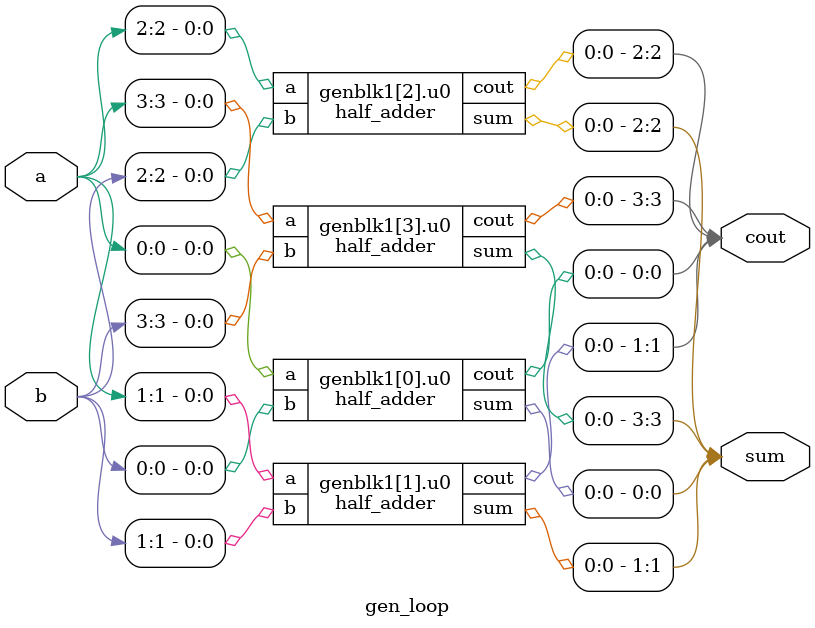
<source format=v>
`timescale 1ns / 1ps


module half_adder(
    input a, b, 
    output sum, cout
    );

    assign sum = a ^ b;
    assign cout = a & b;
endmodule

module gen_loop
    #(parameter N = 4)
    (
        input [N-1:0] a, b,
        output [N-1:0] sum, cout
    );

    genvar i;
    generate
        for (i = 0; i < N; i = i + 1) begin
            half_adder u0(a[i], b[i], sum[i], cout[i]);
        end
    endgenerate
endmodule

</source>
